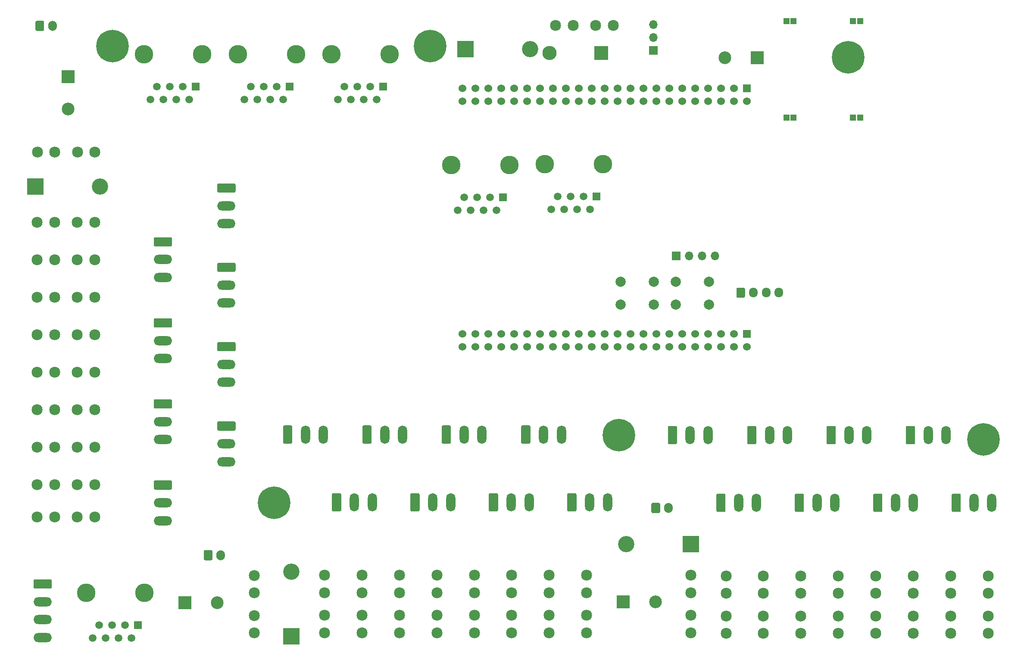
<source format=gbr>
%TF.GenerationSoftware,KiCad,Pcbnew,(5.1.9)-1*%
%TF.CreationDate,2021-05-01T22:48:59+01:00*%
%TF.ProjectId,Mirage,4d697261-6765-42e6-9b69-6361645f7063,rev?*%
%TF.SameCoordinates,Original*%
%TF.FileFunction,Soldermask,Bot*%
%TF.FilePolarity,Negative*%
%FSLAX46Y46*%
G04 Gerber Fmt 4.6, Leading zero omitted, Abs format (unit mm)*
G04 Created by KiCad (PCBNEW (5.1.9)-1) date 2021-05-01 22:48:59*
%MOMM*%
%LPD*%
G01*
G04 APERTURE LIST*
%ADD10O,3.600000X1.800000*%
%ADD11O,1.800000X3.600000*%
%ADD12R,1.308000X1.308000*%
%ADD13C,3.650000*%
%ADD14R,1.500000X1.500000*%
%ADD15C,1.500000*%
%ADD16C,2.159000*%
%ADD17C,1.524000*%
%ADD18R,1.524000X1.524000*%
%ADD19O,1.700000X1.950000*%
%ADD20O,1.700000X1.700000*%
%ADD21R,1.700000X1.700000*%
%ADD22O,3.200000X3.200000*%
%ADD23R,3.200000X3.200000*%
%ADD24O,2.800000X2.800000*%
%ADD25R,2.800000X2.800000*%
%ADD26C,2.500000*%
%ADD27R,2.500000X2.500000*%
%ADD28O,1.700000X2.000000*%
%ADD29C,6.400000*%
%ADD30C,3.600000*%
%ADD31C,2.000000*%
G04 APERTURE END LIST*
D10*
%TO.C,J1*%
X98585000Y-70030000D03*
X98585000Y-66530000D03*
G36*
G01*
X97035000Y-62130000D02*
X100135000Y-62130000D01*
G75*
G02*
X100385000Y-62380000I0J-250000D01*
G01*
X100385000Y-63680000D01*
G75*
G02*
X100135000Y-63930000I-250000J0D01*
G01*
X97035000Y-63930000D01*
G75*
G02*
X96785000Y-63680000I0J250000D01*
G01*
X96785000Y-62380000D01*
G75*
G02*
X97035000Y-62130000I250000J0D01*
G01*
G37*
%TD*%
%TO.C,J2*%
X86110000Y-80590000D03*
X86110000Y-77090000D03*
G36*
G01*
X84560000Y-72690000D02*
X87660000Y-72690000D01*
G75*
G02*
X87910000Y-72940000I0J-250000D01*
G01*
X87910000Y-74240000D01*
G75*
G02*
X87660000Y-74490000I-250000J0D01*
G01*
X84560000Y-74490000D01*
G75*
G02*
X84310000Y-74240000I0J250000D01*
G01*
X84310000Y-72940000D01*
G75*
G02*
X84560000Y-72690000I250000J0D01*
G01*
G37*
%TD*%
%TO.C,J3*%
X98585000Y-85621666D03*
X98585000Y-82121666D03*
G36*
G01*
X97035000Y-77721666D02*
X100135000Y-77721666D01*
G75*
G02*
X100385000Y-77971666I0J-250000D01*
G01*
X100385000Y-79271666D01*
G75*
G02*
X100135000Y-79521666I-250000J0D01*
G01*
X97035000Y-79521666D01*
G75*
G02*
X96785000Y-79271666I0J250000D01*
G01*
X96785000Y-77971666D01*
G75*
G02*
X97035000Y-77721666I250000J0D01*
G01*
G37*
%TD*%
%TO.C,J4*%
X86110000Y-96528333D03*
X86110000Y-93028333D03*
G36*
G01*
X84560000Y-88628333D02*
X87660000Y-88628333D01*
G75*
G02*
X87910000Y-88878333I0J-250000D01*
G01*
X87910000Y-90178333D01*
G75*
G02*
X87660000Y-90428333I-250000J0D01*
G01*
X84560000Y-90428333D01*
G75*
G02*
X84310000Y-90178333I0J250000D01*
G01*
X84310000Y-88878333D01*
G75*
G02*
X84560000Y-88628333I250000J0D01*
G01*
G37*
%TD*%
%TO.C,J5*%
X98585000Y-101213332D03*
X98585000Y-97713332D03*
G36*
G01*
X97035000Y-93313332D02*
X100135000Y-93313332D01*
G75*
G02*
X100385000Y-93563332I0J-250000D01*
G01*
X100385000Y-94863332D01*
G75*
G02*
X100135000Y-95113332I-250000J0D01*
G01*
X97035000Y-95113332D01*
G75*
G02*
X96785000Y-94863332I0J250000D01*
G01*
X96785000Y-93563332D01*
G75*
G02*
X97035000Y-93313332I250000J0D01*
G01*
G37*
%TD*%
%TO.C,J6*%
X86110000Y-112466666D03*
X86110000Y-108966666D03*
G36*
G01*
X84560000Y-104566666D02*
X87660000Y-104566666D01*
G75*
G02*
X87910000Y-104816666I0J-250000D01*
G01*
X87910000Y-106116666D01*
G75*
G02*
X87660000Y-106366666I-250000J0D01*
G01*
X84560000Y-106366666D01*
G75*
G02*
X84310000Y-106116666I0J250000D01*
G01*
X84310000Y-104816666D01*
G75*
G02*
X84560000Y-104566666I250000J0D01*
G01*
G37*
%TD*%
%TO.C,J7*%
X98585000Y-116805000D03*
X98585000Y-113305000D03*
G36*
G01*
X97035000Y-108905000D02*
X100135000Y-108905000D01*
G75*
G02*
X100385000Y-109155000I0J-250000D01*
G01*
X100385000Y-110455000D01*
G75*
G02*
X100135000Y-110705000I-250000J0D01*
G01*
X97035000Y-110705000D01*
G75*
G02*
X96785000Y-110455000I0J250000D01*
G01*
X96785000Y-109155000D01*
G75*
G02*
X97035000Y-108905000I250000J0D01*
G01*
G37*
%TD*%
%TO.C,J8*%
X86110000Y-128405000D03*
X86110000Y-124905000D03*
G36*
G01*
X84560000Y-120505000D02*
X87660000Y-120505000D01*
G75*
G02*
X87910000Y-120755000I0J-250000D01*
G01*
X87910000Y-122055000D01*
G75*
G02*
X87660000Y-122305000I-250000J0D01*
G01*
X84560000Y-122305000D01*
G75*
G02*
X84310000Y-122055000I0J250000D01*
G01*
X84310000Y-120755000D01*
G75*
G02*
X84560000Y-120505000I250000J0D01*
G01*
G37*
%TD*%
D11*
%TO.C,J9*%
X117620000Y-111485000D03*
X114120000Y-111485000D03*
G36*
G01*
X109720000Y-113035000D02*
X109720000Y-109935000D01*
G75*
G02*
X109970000Y-109685000I250000J0D01*
G01*
X111270000Y-109685000D01*
G75*
G02*
X111520000Y-109935000I0J-250000D01*
G01*
X111520000Y-113035000D01*
G75*
G02*
X111270000Y-113285000I-250000J0D01*
G01*
X109970000Y-113285000D01*
G75*
G02*
X109720000Y-113035000I0J250000D01*
G01*
G37*
%TD*%
%TO.C,J10*%
X127230000Y-124800000D03*
X123730000Y-124800000D03*
G36*
G01*
X119330000Y-126350000D02*
X119330000Y-123250000D01*
G75*
G02*
X119580000Y-123000000I250000J0D01*
G01*
X120880000Y-123000000D01*
G75*
G02*
X121130000Y-123250000I0J-250000D01*
G01*
X121130000Y-126350000D01*
G75*
G02*
X120880000Y-126600000I-250000J0D01*
G01*
X119580000Y-126600000D01*
G75*
G02*
X119330000Y-126350000I0J250000D01*
G01*
G37*
%TD*%
%TO.C,J11*%
X133211666Y-111485000D03*
X129711666Y-111485000D03*
G36*
G01*
X125311666Y-113035000D02*
X125311666Y-109935000D01*
G75*
G02*
X125561666Y-109685000I250000J0D01*
G01*
X126861666Y-109685000D01*
G75*
G02*
X127111666Y-109935000I0J-250000D01*
G01*
X127111666Y-113035000D01*
G75*
G02*
X126861666Y-113285000I-250000J0D01*
G01*
X125561666Y-113285000D01*
G75*
G02*
X125311666Y-113035000I0J250000D01*
G01*
G37*
%TD*%
%TO.C,J12*%
X142638333Y-124800000D03*
X139138333Y-124800000D03*
G36*
G01*
X134738333Y-126350000D02*
X134738333Y-123250000D01*
G75*
G02*
X134988333Y-123000000I250000J0D01*
G01*
X136288333Y-123000000D01*
G75*
G02*
X136538333Y-123250000I0J-250000D01*
G01*
X136538333Y-126350000D01*
G75*
G02*
X136288333Y-126600000I-250000J0D01*
G01*
X134988333Y-126600000D01*
G75*
G02*
X134738333Y-126350000I0J250000D01*
G01*
G37*
%TD*%
%TO.C,J13*%
X148783332Y-111485000D03*
X145283332Y-111485000D03*
G36*
G01*
X140883332Y-113035000D02*
X140883332Y-109935000D01*
G75*
G02*
X141133332Y-109685000I250000J0D01*
G01*
X142433332Y-109685000D01*
G75*
G02*
X142683332Y-109935000I0J-250000D01*
G01*
X142683332Y-113035000D01*
G75*
G02*
X142433332Y-113285000I-250000J0D01*
G01*
X141133332Y-113285000D01*
G75*
G02*
X140883332Y-113035000I0J250000D01*
G01*
G37*
%TD*%
%TO.C,J14*%
X158046666Y-124800000D03*
X154546666Y-124800000D03*
G36*
G01*
X150146666Y-126350000D02*
X150146666Y-123250000D01*
G75*
G02*
X150396666Y-123000000I250000J0D01*
G01*
X151696666Y-123000000D01*
G75*
G02*
X151946666Y-123250000I0J-250000D01*
G01*
X151946666Y-126350000D01*
G75*
G02*
X151696666Y-126600000I-250000J0D01*
G01*
X150396666Y-126600000D01*
G75*
G02*
X150146666Y-126350000I0J250000D01*
G01*
G37*
%TD*%
%TO.C,J15*%
X164395000Y-111485000D03*
X160895000Y-111485000D03*
G36*
G01*
X156495000Y-113035000D02*
X156495000Y-109935000D01*
G75*
G02*
X156745000Y-109685000I250000J0D01*
G01*
X158045000Y-109685000D01*
G75*
G02*
X158295000Y-109935000I0J-250000D01*
G01*
X158295000Y-113035000D01*
G75*
G02*
X158045000Y-113285000I-250000J0D01*
G01*
X156745000Y-113285000D01*
G75*
G02*
X156495000Y-113035000I0J250000D01*
G01*
G37*
%TD*%
%TO.C,J16*%
X173455000Y-124800000D03*
X169955000Y-124800000D03*
G36*
G01*
X165555000Y-126350000D02*
X165555000Y-123250000D01*
G75*
G02*
X165805000Y-123000000I250000J0D01*
G01*
X167105000Y-123000000D01*
G75*
G02*
X167355000Y-123250000I0J-250000D01*
G01*
X167355000Y-126350000D01*
G75*
G02*
X167105000Y-126600000I-250000J0D01*
G01*
X165805000Y-126600000D01*
G75*
G02*
X165555000Y-126350000I0J250000D01*
G01*
G37*
%TD*%
%TO.C,J17*%
X193200000Y-111585000D03*
X189700000Y-111585000D03*
G36*
G01*
X185300000Y-113135000D02*
X185300000Y-110035000D01*
G75*
G02*
X185550000Y-109785000I250000J0D01*
G01*
X186850000Y-109785000D01*
G75*
G02*
X187100000Y-110035000I0J-250000D01*
G01*
X187100000Y-113135000D01*
G75*
G02*
X186850000Y-113385000I-250000J0D01*
G01*
X185550000Y-113385000D01*
G75*
G02*
X185300000Y-113135000I0J250000D01*
G01*
G37*
%TD*%
%TO.C,J18*%
X202740000Y-124900000D03*
X199240000Y-124900000D03*
G36*
G01*
X194840000Y-126450000D02*
X194840000Y-123350000D01*
G75*
G02*
X195090000Y-123100000I250000J0D01*
G01*
X196390000Y-123100000D01*
G75*
G02*
X196640000Y-123350000I0J-250000D01*
G01*
X196640000Y-126450000D01*
G75*
G02*
X196390000Y-126700000I-250000J0D01*
G01*
X195090000Y-126700000D01*
G75*
G02*
X194840000Y-126450000I0J250000D01*
G01*
G37*
%TD*%
%TO.C,J19*%
X208791666Y-111585000D03*
X205291666Y-111585000D03*
G36*
G01*
X200891666Y-113135000D02*
X200891666Y-110035000D01*
G75*
G02*
X201141666Y-109785000I250000J0D01*
G01*
X202441666Y-109785000D01*
G75*
G02*
X202691666Y-110035000I0J-250000D01*
G01*
X202691666Y-113135000D01*
G75*
G02*
X202441666Y-113385000I-250000J0D01*
G01*
X201141666Y-113385000D01*
G75*
G02*
X200891666Y-113135000I0J250000D01*
G01*
G37*
%TD*%
%TO.C,J20*%
X218148333Y-124900000D03*
X214648333Y-124900000D03*
G36*
G01*
X210248333Y-126450000D02*
X210248333Y-123350000D01*
G75*
G02*
X210498333Y-123100000I250000J0D01*
G01*
X211798333Y-123100000D01*
G75*
G02*
X212048333Y-123350000I0J-250000D01*
G01*
X212048333Y-126450000D01*
G75*
G02*
X211798333Y-126700000I-250000J0D01*
G01*
X210498333Y-126700000D01*
G75*
G02*
X210248333Y-126450000I0J250000D01*
G01*
G37*
%TD*%
%TO.C,J21*%
X224383332Y-111585000D03*
X220883332Y-111585000D03*
G36*
G01*
X216483332Y-113135000D02*
X216483332Y-110035000D01*
G75*
G02*
X216733332Y-109785000I250000J0D01*
G01*
X218033332Y-109785000D01*
G75*
G02*
X218283332Y-110035000I0J-250000D01*
G01*
X218283332Y-113135000D01*
G75*
G02*
X218033332Y-113385000I-250000J0D01*
G01*
X216733332Y-113385000D01*
G75*
G02*
X216483332Y-113135000I0J250000D01*
G01*
G37*
%TD*%
%TO.C,J22*%
X233556666Y-124900000D03*
X230056666Y-124900000D03*
G36*
G01*
X225656666Y-126450000D02*
X225656666Y-123350000D01*
G75*
G02*
X225906666Y-123100000I250000J0D01*
G01*
X227206666Y-123100000D01*
G75*
G02*
X227456666Y-123350000I0J-250000D01*
G01*
X227456666Y-126450000D01*
G75*
G02*
X227206666Y-126700000I-250000J0D01*
G01*
X225906666Y-126700000D01*
G75*
G02*
X225656666Y-126450000I0J250000D01*
G01*
G37*
%TD*%
%TO.C,J23*%
X239975000Y-111585000D03*
X236475000Y-111585000D03*
G36*
G01*
X232075000Y-113135000D02*
X232075000Y-110035000D01*
G75*
G02*
X232325000Y-109785000I250000J0D01*
G01*
X233625000Y-109785000D01*
G75*
G02*
X233875000Y-110035000I0J-250000D01*
G01*
X233875000Y-113135000D01*
G75*
G02*
X233625000Y-113385000I-250000J0D01*
G01*
X232325000Y-113385000D01*
G75*
G02*
X232075000Y-113135000I0J250000D01*
G01*
G37*
%TD*%
%TO.C,J24*%
X248965000Y-124900000D03*
X245465000Y-124900000D03*
G36*
G01*
X241065000Y-126450000D02*
X241065000Y-123350000D01*
G75*
G02*
X241315000Y-123100000I250000J0D01*
G01*
X242615000Y-123100000D01*
G75*
G02*
X242865000Y-123350000I0J-250000D01*
G01*
X242865000Y-126450000D01*
G75*
G02*
X242615000Y-126700000I-250000J0D01*
G01*
X241315000Y-126700000D01*
G75*
G02*
X241065000Y-126450000I0J250000D01*
G01*
G37*
%TD*%
D12*
%TO.C,U10*%
X210020000Y-49230000D03*
X208620000Y-49230000D03*
X221690000Y-49230000D03*
X223090000Y-49230000D03*
X221690000Y-30230000D03*
X223090000Y-30230000D03*
X210020000Y-30230000D03*
X208620000Y-30230000D03*
%TD*%
D13*
%TO.C,J37*%
X100812500Y-36710000D03*
X112242500Y-36710000D03*
D14*
X110972500Y-43060000D03*
D15*
X109702500Y-45600000D03*
X108432500Y-43060000D03*
X107162500Y-45600000D03*
X105892500Y-43060000D03*
X104622500Y-45600000D03*
X103352500Y-43060000D03*
X102082500Y-45600000D03*
%TD*%
D16*
%TO.C,F27*%
X189830000Y-150432004D03*
X189830000Y-147026002D03*
X189830000Y-142556001D03*
X189830000Y-139150000D03*
%TD*%
%TO.C,F26*%
X104100000Y-150452004D03*
X104100000Y-147046002D03*
X104100000Y-142576001D03*
X104100000Y-139170000D03*
%TD*%
%TO.C,F25*%
X61457996Y-55990000D03*
X64863998Y-55990000D03*
X69333999Y-55990000D03*
X72740000Y-55990000D03*
%TD*%
D17*
%TO.C,U11*%
X144955000Y-45940000D03*
X144955000Y-43400000D03*
X147495000Y-45940000D03*
X147495000Y-43400000D03*
X150035000Y-45940000D03*
X150035000Y-43400000D03*
X152575000Y-45940000D03*
X152575000Y-43400000D03*
X155115000Y-45940000D03*
X155115000Y-43400000D03*
X157655000Y-45940000D03*
X157655000Y-43400000D03*
X160195000Y-45940000D03*
X160195000Y-43400000D03*
X162735000Y-45940000D03*
X162735000Y-43400000D03*
X165275000Y-45940000D03*
X165275000Y-43400000D03*
X167815000Y-45940000D03*
X167815000Y-43400000D03*
X170355000Y-45940000D03*
X170355000Y-43400000D03*
X172895000Y-45940000D03*
X172895000Y-43400000D03*
X175435000Y-45940000D03*
X175435000Y-43400000D03*
X177975000Y-45940000D03*
X177975000Y-43400000D03*
X180515000Y-45940000D03*
X180515000Y-43400000D03*
X183055000Y-45940000D03*
X183055000Y-43400000D03*
X185595000Y-45940000D03*
X185595000Y-43400000D03*
X188135000Y-45940000D03*
X188135000Y-43400000D03*
X190675000Y-45940000D03*
X190675000Y-43400000D03*
X193215000Y-45940000D03*
X193215000Y-43400000D03*
X195755000Y-45940000D03*
X195755000Y-43400000D03*
X198295000Y-45940000D03*
X198295000Y-43400000D03*
X200835000Y-45940000D03*
D18*
X200835000Y-43400000D03*
D17*
X144955000Y-94200000D03*
X144955000Y-91660000D03*
X147495000Y-94200000D03*
X147495000Y-91660000D03*
X150035000Y-94200000D03*
X150035000Y-91660000D03*
X152575000Y-94200000D03*
X152575000Y-91660000D03*
X155115000Y-94200000D03*
X155115000Y-91660000D03*
X157655000Y-94200000D03*
X157655000Y-91660000D03*
X160195000Y-94200000D03*
X160195000Y-91660000D03*
X162735000Y-94200000D03*
X162735000Y-91660000D03*
X165275000Y-94200000D03*
X165275000Y-91660000D03*
X167815000Y-94200000D03*
X167815000Y-91660000D03*
X170355000Y-94200000D03*
X170355000Y-91660000D03*
X172895000Y-94200000D03*
X172895000Y-91660000D03*
X175435000Y-94200000D03*
X175435000Y-91660000D03*
X177975000Y-94200000D03*
X177975000Y-91660000D03*
X180515000Y-94200000D03*
X180515000Y-91660000D03*
X183055000Y-94200000D03*
X183055000Y-91660000D03*
X185595000Y-94200000D03*
X185595000Y-91660000D03*
X188135000Y-94200000D03*
X188135000Y-91660000D03*
X190675000Y-94200000D03*
X190675000Y-91660000D03*
X193215000Y-94200000D03*
X193215000Y-91660000D03*
X195755000Y-94200000D03*
X195755000Y-91660000D03*
X198295000Y-94200000D03*
X198295000Y-91660000D03*
X200835000Y-94200000D03*
D18*
X200835000Y-91660000D03*
%TD*%
D10*
%TO.C,J41*%
X62500000Y-151350000D03*
X62500000Y-147850000D03*
X62500000Y-144350000D03*
G36*
G01*
X60950000Y-139950000D02*
X64050000Y-139950000D01*
G75*
G02*
X64300000Y-140200000I0J-250000D01*
G01*
X64300000Y-141500000D01*
G75*
G02*
X64050000Y-141750000I-250000J0D01*
G01*
X60950000Y-141750000D01*
G75*
G02*
X60700000Y-141500000I0J250000D01*
G01*
X60700000Y-140200000D01*
G75*
G02*
X60950000Y-139950000I250000J0D01*
G01*
G37*
%TD*%
D19*
%TO.C,J44*%
X207120000Y-83610000D03*
X204620000Y-83610000D03*
X202120000Y-83610000D03*
G36*
G01*
X198770000Y-84335000D02*
X198770000Y-82885000D01*
G75*
G02*
X199020000Y-82635000I250000J0D01*
G01*
X200220000Y-82635000D01*
G75*
G02*
X200470000Y-82885000I0J-250000D01*
G01*
X200470000Y-84335000D01*
G75*
G02*
X200220000Y-84585000I-250000J0D01*
G01*
X199020000Y-84585000D01*
G75*
G02*
X198770000Y-84335000I0J250000D01*
G01*
G37*
%TD*%
D20*
%TO.C,J30*%
X182440000Y-30930000D03*
X182440000Y-33470000D03*
D21*
X182440000Y-36010000D03*
%TD*%
D22*
%TO.C,D33*%
X158274000Y-35694000D03*
D23*
X145574000Y-35694000D03*
%TD*%
D24*
%TO.C,D8*%
X162084000Y-36456000D03*
D25*
X172244000Y-36456000D03*
%TD*%
D22*
%TO.C,D7*%
X177160000Y-133050000D03*
D23*
X189860000Y-133050000D03*
%TD*%
D22*
%TO.C,D6*%
X111340000Y-138400000D03*
D23*
X111340000Y-151100000D03*
%TD*%
D22*
%TO.C,D5*%
X73720000Y-62750000D03*
D23*
X61020000Y-62750000D03*
%TD*%
D13*
%TO.C,J38*%
X119225000Y-36710000D03*
X130655000Y-36710000D03*
D14*
X129385000Y-43060000D03*
D15*
X128115000Y-45600000D03*
X126845000Y-43060000D03*
X125575000Y-45600000D03*
X124305000Y-43060000D03*
X123035000Y-45600000D03*
X121765000Y-43060000D03*
X120495000Y-45600000D03*
%TD*%
D26*
%TO.C,J28*%
X196510000Y-37460000D03*
D27*
X202860000Y-37460000D03*
%TD*%
D13*
%TO.C,J40*%
X71070000Y-142550000D03*
X82500000Y-142550000D03*
D14*
X81230000Y-148900000D03*
D15*
X79960000Y-151440000D03*
X78690000Y-148900000D03*
X77420000Y-151440000D03*
X76150000Y-148900000D03*
X74880000Y-151440000D03*
X73610000Y-148900000D03*
X72340000Y-151440000D03*
%TD*%
D13*
%TO.C,J36*%
X82400000Y-36710000D03*
X93830000Y-36710000D03*
D14*
X92560000Y-43060000D03*
D15*
X91290000Y-45600000D03*
X90020000Y-43060000D03*
X88750000Y-45600000D03*
X87480000Y-43060000D03*
X86210000Y-45600000D03*
X84940000Y-43060000D03*
X83670000Y-45600000D03*
%TD*%
D13*
%TO.C,J35*%
X161140000Y-58380000D03*
X172570000Y-58380000D03*
D14*
X171300000Y-64730000D03*
D15*
X170030000Y-67270000D03*
X168760000Y-64730000D03*
X167490000Y-67270000D03*
X166220000Y-64730000D03*
X164950000Y-67270000D03*
X163680000Y-64730000D03*
X162410000Y-67270000D03*
%TD*%
D13*
%TO.C,J34*%
X142720000Y-58480000D03*
X154150000Y-58480000D03*
D14*
X152880000Y-64830000D03*
D15*
X151610000Y-67370000D03*
X150340000Y-64830000D03*
X149070000Y-67370000D03*
X147800000Y-64830000D03*
X146530000Y-67370000D03*
X145260000Y-64830000D03*
X143990000Y-67370000D03*
%TD*%
D26*
%TO.C,J27*%
X182850000Y-144374000D03*
D27*
X176500000Y-144374000D03*
%TD*%
D26*
%TO.C,J26*%
X67479299Y-47500000D03*
D27*
X67479299Y-41150000D03*
%TD*%
D26*
%TO.C,J25*%
X96810000Y-144570000D03*
D27*
X90460000Y-144570000D03*
%TD*%
D16*
%TO.C,F24*%
X248259800Y-150525303D03*
X248259800Y-147119301D03*
X248259800Y-142649300D03*
X248259800Y-139243299D03*
%TD*%
%TO.C,F29*%
X72710003Y-127650000D03*
X69304001Y-127650000D03*
X64834000Y-127650000D03*
X61427999Y-127650000D03*
%TD*%
%TO.C,F7*%
X61427996Y-113944284D03*
X64833998Y-113944284D03*
X69303999Y-113944284D03*
X72710000Y-113944284D03*
%TD*%
%TO.C,F6*%
X61427996Y-106583570D03*
X64833998Y-106583570D03*
X69303999Y-106583570D03*
X72710000Y-106583570D03*
%TD*%
%TO.C,F5*%
X61427996Y-99222856D03*
X64833998Y-99222856D03*
X69303999Y-99222856D03*
X72710000Y-99222856D03*
%TD*%
%TO.C,F4*%
X61427996Y-91862142D03*
X64833998Y-91862142D03*
X69303999Y-91862142D03*
X72710000Y-91862142D03*
%TD*%
%TO.C,F3*%
X61427996Y-84501428D03*
X64833998Y-84501428D03*
X69303999Y-84501428D03*
X72710000Y-84501428D03*
%TD*%
%TO.C,F2*%
X61427996Y-77140714D03*
X64833998Y-77140714D03*
X69303999Y-77140714D03*
X72710000Y-77140714D03*
%TD*%
%TO.C,F8*%
X61427996Y-121305000D03*
X64833998Y-121305000D03*
X69303999Y-121305000D03*
X72710000Y-121305000D03*
%TD*%
%TO.C,F1*%
X61427996Y-69780000D03*
X64833998Y-69780000D03*
X69303999Y-69780000D03*
X72710000Y-69780000D03*
%TD*%
%TO.C,F28*%
X163277996Y-31090000D03*
X166683998Y-31090000D03*
X171153999Y-31090000D03*
X174560000Y-31090000D03*
%TD*%
%TO.C,F23*%
X240899084Y-150525303D03*
X240899084Y-147119301D03*
X240899084Y-142649300D03*
X240899084Y-139243299D03*
%TD*%
%TO.C,F22*%
X233538370Y-150525303D03*
X233538370Y-147119301D03*
X233538370Y-142649300D03*
X233538370Y-139243299D03*
%TD*%
%TO.C,F21*%
X226177656Y-150525303D03*
X226177656Y-147119301D03*
X226177656Y-142649300D03*
X226177656Y-139243299D03*
%TD*%
%TO.C,F20*%
X218816942Y-150525303D03*
X218816942Y-147119301D03*
X218816942Y-142649300D03*
X218816942Y-139243299D03*
%TD*%
%TO.C,F19*%
X211456228Y-150525303D03*
X211456228Y-147119301D03*
X211456228Y-142649300D03*
X211456228Y-139243299D03*
%TD*%
%TO.C,F18*%
X204095514Y-150525303D03*
X204095514Y-147119301D03*
X204095514Y-142649300D03*
X204095514Y-139243299D03*
%TD*%
%TO.C,F17*%
X196734800Y-150525303D03*
X196734800Y-147119301D03*
X196734800Y-142649300D03*
X196734800Y-139243299D03*
%TD*%
%TO.C,F16*%
X169369800Y-150425303D03*
X169369800Y-147019301D03*
X169369800Y-142549300D03*
X169369800Y-139143299D03*
%TD*%
%TO.C,F15*%
X162009086Y-150425303D03*
X162009086Y-147019301D03*
X162009086Y-142549300D03*
X162009086Y-139143299D03*
%TD*%
%TO.C,F14*%
X154648372Y-150425303D03*
X154648372Y-147019301D03*
X154648372Y-142549300D03*
X154648372Y-139143299D03*
%TD*%
%TO.C,F13*%
X147287658Y-150425303D03*
X147287658Y-147019301D03*
X147287658Y-142549300D03*
X147287658Y-139143299D03*
%TD*%
%TO.C,F12*%
X139926944Y-150425303D03*
X139926944Y-147019301D03*
X139926944Y-142549300D03*
X139926944Y-139143299D03*
%TD*%
%TO.C,F11*%
X132566230Y-150425303D03*
X132566230Y-147019301D03*
X132566230Y-142549300D03*
X132566230Y-139143299D03*
%TD*%
%TO.C,F10*%
X125205516Y-150425303D03*
X125205516Y-147019301D03*
X125205516Y-142549300D03*
X125205516Y-139143299D03*
%TD*%
%TO.C,F9*%
X117844800Y-150425303D03*
X117844800Y-147019301D03*
X117844800Y-142549300D03*
X117844800Y-139143299D03*
%TD*%
D28*
%TO.C,J31*%
X97500000Y-135190000D03*
G36*
G01*
X94150000Y-135940000D02*
X94150000Y-134440000D01*
G75*
G02*
X94400000Y-134190000I250000J0D01*
G01*
X95600000Y-134190000D01*
G75*
G02*
X95850000Y-134440000I0J-250000D01*
G01*
X95850000Y-135940000D01*
G75*
G02*
X95600000Y-136190000I-250000J0D01*
G01*
X94400000Y-136190000D01*
G75*
G02*
X94150000Y-135940000I0J250000D01*
G01*
G37*
%TD*%
D29*
%TO.C,H3*%
X76200000Y-35100000D03*
D30*
X76200000Y-35100000D03*
%TD*%
D28*
%TO.C,J33*%
X64429299Y-31160000D03*
G36*
G01*
X61079299Y-31910000D02*
X61079299Y-30410000D01*
G75*
G02*
X61329299Y-30160000I250000J0D01*
G01*
X62529299Y-30160000D01*
G75*
G02*
X62779299Y-30410000I0J-250000D01*
G01*
X62779299Y-31910000D01*
G75*
G02*
X62529299Y-32160000I-250000J0D01*
G01*
X61329299Y-32160000D01*
G75*
G02*
X61079299Y-31910000I0J250000D01*
G01*
G37*
%TD*%
D29*
%TO.C,H5*%
X247320000Y-112460000D03*
D30*
X247320000Y-112460000D03*
%TD*%
D29*
%TO.C,H4*%
X107982000Y-124848000D03*
D30*
X107982000Y-124848000D03*
%TD*%
D29*
%TO.C,H2*%
X138580000Y-35160000D03*
D30*
X138580000Y-35160000D03*
%TD*%
%TO.C,H1*%
X220740000Y-37340000D03*
D29*
X220740000Y-37340000D03*
%TD*%
%TO.C,H6*%
X175730000Y-111580000D03*
D30*
X175730000Y-111580000D03*
%TD*%
D31*
%TO.C,SW3*%
X193380000Y-81454000D03*
X193380000Y-85954000D03*
X186880000Y-81454000D03*
X186880000Y-85954000D03*
%TD*%
%TO.C,SW2*%
X182564000Y-81454000D03*
X182564000Y-85954000D03*
X176064000Y-81454000D03*
X176064000Y-85954000D03*
%TD*%
D28*
%TO.C,J32*%
X185430000Y-125920000D03*
G36*
G01*
X182080000Y-126670000D02*
X182080000Y-125170000D01*
G75*
G02*
X182330000Y-124920000I250000J0D01*
G01*
X183530000Y-124920000D01*
G75*
G02*
X183780000Y-125170000I0J-250000D01*
G01*
X183780000Y-126670000D01*
G75*
G02*
X183530000Y-126920000I-250000J0D01*
G01*
X182330000Y-126920000D01*
G75*
G02*
X182080000Y-126670000I0J250000D01*
G01*
G37*
%TD*%
D20*
%TO.C,J29*%
X194596000Y-76334000D03*
X192056000Y-76334000D03*
X189516000Y-76334000D03*
D21*
X186976000Y-76334000D03*
%TD*%
M02*

</source>
